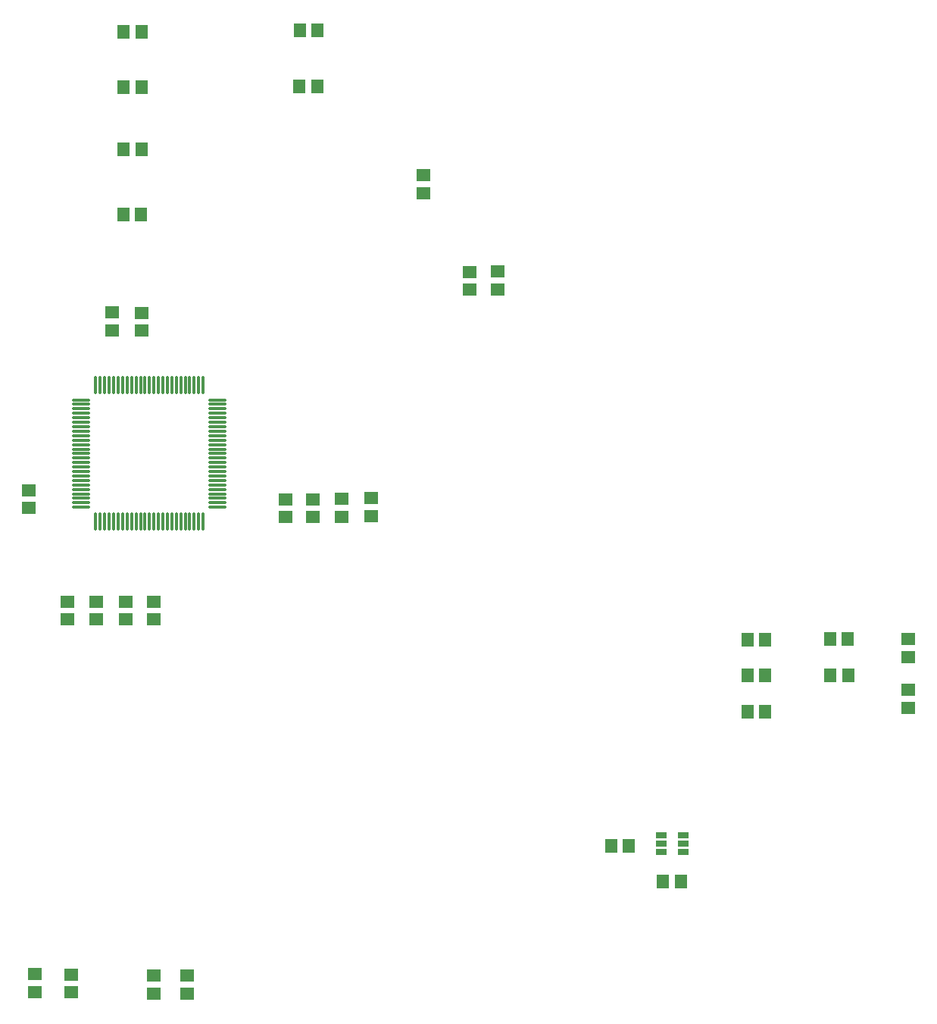
<source format=gtp>
G04*
G04 #@! TF.GenerationSoftware,Altium Limited,Altium Designer,18.1.6 (161)*
G04*
G04 Layer_Color=8421504*
%FSLAX25Y25*%
%MOIN*%
G70*
G01*
G75*
%ADD16R,0.05906X0.05512*%
%ADD17R,0.05118X0.02756*%
%ADD18R,0.05512X0.05906*%
%ADD19O,0.01181X0.08071*%
%ADD20O,0.08071X0.01181*%
D16*
X863744Y426126D02*
D03*
Y434000D02*
D03*
X851500Y433937D02*
D03*
Y426063D02*
D03*
X831000Y476437D02*
D03*
Y468563D02*
D03*
X707000Y415953D02*
D03*
Y408079D02*
D03*
X700000Y281063D02*
D03*
Y288937D02*
D03*
X727000Y116626D02*
D03*
Y124500D02*
D03*
X712500Y116626D02*
D03*
Y124500D02*
D03*
X676000Y117063D02*
D03*
Y124937D02*
D03*
X660000Y117126D02*
D03*
Y125000D02*
D03*
X674500Y281063D02*
D03*
Y288937D02*
D03*
X1044500Y264563D02*
D03*
Y272437D02*
D03*
Y242126D02*
D03*
Y250000D02*
D03*
X687000Y281063D02*
D03*
Y288937D02*
D03*
X808000Y334374D02*
D03*
Y326500D02*
D03*
X795000Y334000D02*
D03*
Y326126D02*
D03*
X712500Y288937D02*
D03*
Y281063D02*
D03*
X657500Y330063D02*
D03*
Y337937D02*
D03*
X694000Y408142D02*
D03*
Y416016D02*
D03*
X782500Y326063D02*
D03*
Y333937D02*
D03*
X770500Y326063D02*
D03*
Y333937D02*
D03*
D17*
X945224Y186240D02*
D03*
Y182500D02*
D03*
Y178760D02*
D03*
X935776D02*
D03*
Y182500D02*
D03*
Y186240D02*
D03*
D18*
X973626Y240500D02*
D03*
X981500D02*
D03*
X973563Y256500D02*
D03*
X981437D02*
D03*
Y272000D02*
D03*
X973563D02*
D03*
X1017937Y256500D02*
D03*
X1010063D02*
D03*
X944224Y165740D02*
D03*
X936350D02*
D03*
X1010000Y272500D02*
D03*
X1017874D02*
D03*
X921437Y181500D02*
D03*
X913563D02*
D03*
X784374Y515500D02*
D03*
X776500D02*
D03*
X784500Y540000D02*
D03*
X776626D02*
D03*
X707000Y515000D02*
D03*
X699126D02*
D03*
X706874Y459000D02*
D03*
X699000D02*
D03*
X706937Y487882D02*
D03*
X699063D02*
D03*
X707000Y539500D02*
D03*
X699126D02*
D03*
D19*
X734122Y323980D02*
D03*
X732153D02*
D03*
X730185D02*
D03*
X728216D02*
D03*
X726248D02*
D03*
X724279D02*
D03*
X722311D02*
D03*
X720342D02*
D03*
X718374D02*
D03*
X716405D02*
D03*
X714437D02*
D03*
X712468D02*
D03*
X710500D02*
D03*
X708531D02*
D03*
X706563D02*
D03*
X704594D02*
D03*
X702626D02*
D03*
X700657D02*
D03*
X698689D02*
D03*
X696720D02*
D03*
X694752D02*
D03*
X692783D02*
D03*
X690815D02*
D03*
X688846D02*
D03*
X686878D02*
D03*
Y384020D02*
D03*
X688846D02*
D03*
X690815D02*
D03*
X692783D02*
D03*
X694752D02*
D03*
X696720D02*
D03*
X698689D02*
D03*
X700657D02*
D03*
X702626D02*
D03*
X704594D02*
D03*
X706563D02*
D03*
X708531D02*
D03*
X710500D02*
D03*
X712468D02*
D03*
X714437D02*
D03*
X716405D02*
D03*
X718374D02*
D03*
X720342D02*
D03*
X722311D02*
D03*
X724279D02*
D03*
X726248D02*
D03*
X728216D02*
D03*
X730185D02*
D03*
X732153D02*
D03*
X734122D02*
D03*
D20*
X680480Y330378D02*
D03*
Y332346D02*
D03*
Y334315D02*
D03*
Y336283D02*
D03*
Y338252D02*
D03*
Y340220D02*
D03*
Y342189D02*
D03*
Y344157D02*
D03*
Y346126D02*
D03*
Y348094D02*
D03*
Y350063D02*
D03*
Y352031D02*
D03*
Y354000D02*
D03*
Y355968D02*
D03*
Y357937D02*
D03*
Y359905D02*
D03*
Y361874D02*
D03*
Y363842D02*
D03*
Y365811D02*
D03*
Y367779D02*
D03*
Y369748D02*
D03*
Y371716D02*
D03*
Y373685D02*
D03*
Y375653D02*
D03*
Y377622D02*
D03*
X740520D02*
D03*
Y375653D02*
D03*
Y373685D02*
D03*
Y371716D02*
D03*
Y369748D02*
D03*
Y367779D02*
D03*
Y365811D02*
D03*
Y363842D02*
D03*
Y361874D02*
D03*
Y359905D02*
D03*
Y357937D02*
D03*
Y355968D02*
D03*
Y354000D02*
D03*
Y352031D02*
D03*
Y350063D02*
D03*
Y348094D02*
D03*
Y346126D02*
D03*
Y344157D02*
D03*
Y342189D02*
D03*
Y340220D02*
D03*
Y338252D02*
D03*
Y336283D02*
D03*
Y334315D02*
D03*
Y332346D02*
D03*
Y330378D02*
D03*
M02*

</source>
